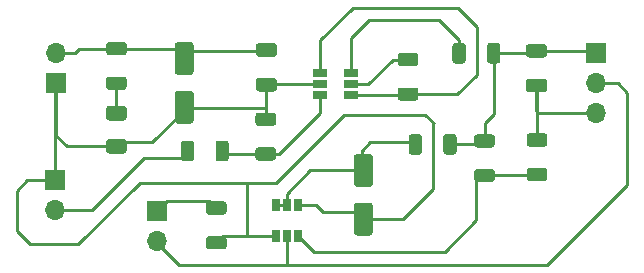
<source format=gbr>
%TF.GenerationSoftware,KiCad,Pcbnew,(5.1.9)-1*%
%TF.CreationDate,2021-06-29T18:38:44+03:00*%
%TF.ProjectId,driver,64726976-6572-42e6-9b69-6361645f7063,rev?*%
%TF.SameCoordinates,Original*%
%TF.FileFunction,Copper,L1,Top*%
%TF.FilePolarity,Positive*%
%FSLAX46Y46*%
G04 Gerber Fmt 4.6, Leading zero omitted, Abs format (unit mm)*
G04 Created by KiCad (PCBNEW (5.1.9)-1) date 2021-06-29 18:38:44*
%MOMM*%
%LPD*%
G01*
G04 APERTURE LIST*
%TA.AperFunction,ComponentPad*%
%ADD10R,1.700000X1.700000*%
%TD*%
%TA.AperFunction,ComponentPad*%
%ADD11O,1.700000X1.700000*%
%TD*%
%TA.AperFunction,SMDPad,CuDef*%
%ADD12R,1.220000X0.650000*%
%TD*%
%TA.AperFunction,SMDPad,CuDef*%
%ADD13R,0.700000X1.000000*%
%TD*%
%TA.AperFunction,Conductor*%
%ADD14C,0.250000*%
%TD*%
G04 APERTURE END LIST*
%TO.P,C1,1*%
%TO.N,Net-(C1-Pad1)*%
%TA.AperFunction,SMDPad,CuDef*%
G36*
G01*
X165796199Y-89313800D02*
X167096201Y-89313800D01*
G75*
G02*
X167346200Y-89563799I0J-249999D01*
G01*
X167346200Y-90213801D01*
G75*
G02*
X167096201Y-90463800I-249999J0D01*
G01*
X165796199Y-90463800D01*
G75*
G02*
X165546200Y-90213801I0J249999D01*
G01*
X165546200Y-89563799D01*
G75*
G02*
X165796199Y-89313800I249999J0D01*
G01*
G37*
%TD.AperFunction*%
%TO.P,C1,2*%
%TO.N,Net-(C1-Pad2)*%
%TA.AperFunction,SMDPad,CuDef*%
G36*
G01*
X165796199Y-92263800D02*
X167096201Y-92263800D01*
G75*
G02*
X167346200Y-92513799I0J-249999D01*
G01*
X167346200Y-93163801D01*
G75*
G02*
X167096201Y-93413800I-249999J0D01*
G01*
X165796199Y-93413800D01*
G75*
G02*
X165546200Y-93163801I0J249999D01*
G01*
X165546200Y-92513799D01*
G75*
G02*
X165796199Y-92263800I249999J0D01*
G01*
G37*
%TD.AperFunction*%
%TD*%
%TO.P,C2,1*%
%TO.N,Net-(C2-Pad1)*%
%TA.AperFunction,SMDPad,CuDef*%
G36*
G01*
X151240400Y-98632600D02*
X152340400Y-98632600D01*
G75*
G02*
X152590400Y-98882600I0J-250000D01*
G01*
X152590400Y-101157600D01*
G75*
G02*
X152340400Y-101407600I-250000J0D01*
G01*
X151240400Y-101407600D01*
G75*
G02*
X150990400Y-101157600I0J250000D01*
G01*
X150990400Y-98882600D01*
G75*
G02*
X151240400Y-98632600I250000J0D01*
G01*
G37*
%TD.AperFunction*%
%TO.P,C2,2*%
%TO.N,GND*%
%TA.AperFunction,SMDPad,CuDef*%
G36*
G01*
X151240400Y-102757600D02*
X152340400Y-102757600D01*
G75*
G02*
X152590400Y-103007600I0J-250000D01*
G01*
X152590400Y-105282600D01*
G75*
G02*
X152340400Y-105532600I-250000J0D01*
G01*
X151240400Y-105532600D01*
G75*
G02*
X150990400Y-105282600I0J250000D01*
G01*
X150990400Y-103007600D01*
G75*
G02*
X151240400Y-102757600I250000J0D01*
G01*
G37*
%TD.AperFunction*%
%TD*%
%TO.P,C3,2*%
%TO.N,GND*%
%TA.AperFunction,SMDPad,CuDef*%
G36*
G01*
X136076600Y-93283400D02*
X137176600Y-93283400D01*
G75*
G02*
X137426600Y-93533400I0J-250000D01*
G01*
X137426600Y-95808400D01*
G75*
G02*
X137176600Y-96058400I-250000J0D01*
G01*
X136076600Y-96058400D01*
G75*
G02*
X135826600Y-95808400I0J250000D01*
G01*
X135826600Y-93533400D01*
G75*
G02*
X136076600Y-93283400I250000J0D01*
G01*
G37*
%TD.AperFunction*%
%TO.P,C3,1*%
%TO.N,Net-(C3-Pad1)*%
%TA.AperFunction,SMDPad,CuDef*%
G36*
G01*
X136076600Y-89158400D02*
X137176600Y-89158400D01*
G75*
G02*
X137426600Y-89408400I0J-250000D01*
G01*
X137426600Y-91683400D01*
G75*
G02*
X137176600Y-91933400I-250000J0D01*
G01*
X136076600Y-91933400D01*
G75*
G02*
X135826600Y-91683400I0J250000D01*
G01*
X135826600Y-89408400D01*
G75*
G02*
X136076600Y-89158400I250000J0D01*
G01*
G37*
%TD.AperFunction*%
%TD*%
%TO.P,C4,2*%
%TO.N,GND*%
%TA.AperFunction,SMDPad,CuDef*%
G36*
G01*
X142936199Y-92187600D02*
X144236201Y-92187600D01*
G75*
G02*
X144486200Y-92437599I0J-249999D01*
G01*
X144486200Y-93087601D01*
G75*
G02*
X144236201Y-93337600I-249999J0D01*
G01*
X142936199Y-93337600D01*
G75*
G02*
X142686200Y-93087601I0J249999D01*
G01*
X142686200Y-92437599D01*
G75*
G02*
X142936199Y-92187600I249999J0D01*
G01*
G37*
%TD.AperFunction*%
%TO.P,C4,1*%
%TO.N,Net-(C3-Pad1)*%
%TA.AperFunction,SMDPad,CuDef*%
G36*
G01*
X142936199Y-89237600D02*
X144236201Y-89237600D01*
G75*
G02*
X144486200Y-89487599I0J-249999D01*
G01*
X144486200Y-90137601D01*
G75*
G02*
X144236201Y-90387600I-249999J0D01*
G01*
X142936199Y-90387600D01*
G75*
G02*
X142686200Y-90137601I0J249999D01*
G01*
X142686200Y-89487599D01*
G75*
G02*
X142936199Y-89237600I249999J0D01*
G01*
G37*
%TD.AperFunction*%
%TD*%
D10*
%TO.P,JLazer1,1*%
%TO.N,Net-(C1-Pad1)*%
X171526200Y-90093800D03*
D11*
%TO.P,JLazer1,2*%
%TO.N,PD*%
X171526200Y-92633800D03*
%TO.P,JLazer1,3*%
%TO.N,Net-(C1-Pad2)*%
X171526200Y-95173800D03*
%TD*%
D10*
%TO.P,JPower1,1*%
%TO.N,GND*%
X125806200Y-92633800D03*
D11*
%TO.P,JPower1,2*%
%TO.N,Net-(C3-Pad1)*%
X125806200Y-90093800D03*
%TD*%
D10*
%TO.P,JReg1,1*%
%TO.N,Net-(JReg1-Pad1)*%
X134340600Y-103454200D03*
D11*
%TO.P,JReg1,2*%
%TO.N,PD*%
X134340600Y-105994200D03*
%TD*%
%TO.P,JSynchro1,2*%
%TO.N,Net-(JSynchro1-Pad2)*%
X125679200Y-103403400D03*
D10*
%TO.P,JSynchro1,1*%
%TO.N,GND*%
X125679200Y-100863400D03*
%TD*%
D12*
%TO.P,Q1,1*%
%TO.N,Net-(Q1-Pad1)*%
X148092800Y-91760000D03*
%TO.P,Q1,2*%
%TO.N,GND*%
X148092800Y-92710000D03*
%TO.P,Q1,3*%
%TO.N,Net-(Q1-Pad3)*%
X148092800Y-93660000D03*
%TO.P,Q1,4*%
%TO.N,Net-(Q1-Pad1)*%
X150712800Y-93660000D03*
%TO.P,Q1,5*%
%TO.N,Net-(C3-Pad1)*%
X150712800Y-92710000D03*
%TO.P,Q1,6*%
%TO.N,Net-(C1-Pad1)*%
X150712800Y-91760000D03*
%TD*%
D13*
%TO.P,Q2,1*%
%TO.N,GND*%
X144388800Y-105567000D03*
%TO.P,Q2,2*%
%TO.N,PD*%
X145338800Y-105567000D03*
%TO.P,Q2,3*%
%TO.N,Net-(Q2-Pad3)*%
X146288800Y-105567000D03*
%TO.P,Q2,4*%
%TO.N,GND*%
X146288800Y-102967000D03*
%TO.P,Q2,6*%
%TO.N,Net-(C2-Pad1)*%
X144388800Y-102967000D03*
%TO.P,Q2,5*%
X145338800Y-102967000D03*
%TD*%
%TO.P,R1,1*%
%TO.N,Net-(C3-Pad1)*%
%TA.AperFunction,SMDPad,CuDef*%
G36*
G01*
X130261199Y-89146300D02*
X131511201Y-89146300D01*
G75*
G02*
X131761200Y-89396299I0J-249999D01*
G01*
X131761200Y-90021301D01*
G75*
G02*
X131511201Y-90271300I-249999J0D01*
G01*
X130261199Y-90271300D01*
G75*
G02*
X130011200Y-90021301I0J249999D01*
G01*
X130011200Y-89396299D01*
G75*
G02*
X130261199Y-89146300I249999J0D01*
G01*
G37*
%TD.AperFunction*%
%TO.P,R1,2*%
%TO.N,Net-(LD1-Pad2)*%
%TA.AperFunction,SMDPad,CuDef*%
G36*
G01*
X130261199Y-92071300D02*
X131511201Y-92071300D01*
G75*
G02*
X131761200Y-92321299I0J-249999D01*
G01*
X131761200Y-92946301D01*
G75*
G02*
X131511201Y-93196300I-249999J0D01*
G01*
X130261199Y-93196300D01*
G75*
G02*
X130011200Y-92946301I0J249999D01*
G01*
X130011200Y-92321299D01*
G75*
G02*
X130261199Y-92071300I249999J0D01*
G01*
G37*
%TD.AperFunction*%
%TD*%
%TO.P,R2,1*%
%TO.N,Net-(Q1-Pad3)*%
%TA.AperFunction,SMDPad,CuDef*%
G36*
G01*
X140404200Y-97749199D02*
X140404200Y-98999201D01*
G75*
G02*
X140154201Y-99249200I-249999J0D01*
G01*
X139529199Y-99249200D01*
G75*
G02*
X139279200Y-98999201I0J249999D01*
G01*
X139279200Y-97749199D01*
G75*
G02*
X139529199Y-97499200I249999J0D01*
G01*
X140154201Y-97499200D01*
G75*
G02*
X140404200Y-97749199I0J-249999D01*
G01*
G37*
%TD.AperFunction*%
%TO.P,R2,2*%
%TO.N,Net-(JSynchro1-Pad2)*%
%TA.AperFunction,SMDPad,CuDef*%
G36*
G01*
X137479200Y-97749199D02*
X137479200Y-98999201D01*
G75*
G02*
X137229201Y-99249200I-249999J0D01*
G01*
X136604199Y-99249200D01*
G75*
G02*
X136354200Y-98999201I0J249999D01*
G01*
X136354200Y-97749199D01*
G75*
G02*
X136604199Y-97499200I249999J0D01*
G01*
X137229201Y-97499200D01*
G75*
G02*
X137479200Y-97749199I0J-249999D01*
G01*
G37*
%TD.AperFunction*%
%TD*%
%TO.P,R3,1*%
%TO.N,Net-(Q1-Pad3)*%
%TA.AperFunction,SMDPad,CuDef*%
G36*
G01*
X144160401Y-99180000D02*
X142910399Y-99180000D01*
G75*
G02*
X142660400Y-98930001I0J249999D01*
G01*
X142660400Y-98304999D01*
G75*
G02*
X142910399Y-98055000I249999J0D01*
G01*
X144160401Y-98055000D01*
G75*
G02*
X144410400Y-98304999I0J-249999D01*
G01*
X144410400Y-98930001D01*
G75*
G02*
X144160401Y-99180000I-249999J0D01*
G01*
G37*
%TD.AperFunction*%
%TO.P,R3,2*%
%TO.N,GND*%
%TA.AperFunction,SMDPad,CuDef*%
G36*
G01*
X144160401Y-96255000D02*
X142910399Y-96255000D01*
G75*
G02*
X142660400Y-96005001I0J249999D01*
G01*
X142660400Y-95379999D01*
G75*
G02*
X142910399Y-95130000I249999J0D01*
G01*
X144160401Y-95130000D01*
G75*
G02*
X144410400Y-95379999I0J-249999D01*
G01*
X144410400Y-96005001D01*
G75*
G02*
X144160401Y-96255000I-249999J0D01*
G01*
G37*
%TD.AperFunction*%
%TD*%
%TO.P,R4,2*%
%TO.N,Net-(Q1-Pad1)*%
%TA.AperFunction,SMDPad,CuDef*%
G36*
G01*
X154949999Y-93000400D02*
X156200001Y-93000400D01*
G75*
G02*
X156450000Y-93250399I0J-249999D01*
G01*
X156450000Y-93875401D01*
G75*
G02*
X156200001Y-94125400I-249999J0D01*
G01*
X154949999Y-94125400D01*
G75*
G02*
X154700000Y-93875401I0J249999D01*
G01*
X154700000Y-93250399D01*
G75*
G02*
X154949999Y-93000400I249999J0D01*
G01*
G37*
%TD.AperFunction*%
%TO.P,R4,1*%
%TO.N,Net-(C3-Pad1)*%
%TA.AperFunction,SMDPad,CuDef*%
G36*
G01*
X154949999Y-90075400D02*
X156200001Y-90075400D01*
G75*
G02*
X156450000Y-90325399I0J-249999D01*
G01*
X156450000Y-90950401D01*
G75*
G02*
X156200001Y-91200400I-249999J0D01*
G01*
X154949999Y-91200400D01*
G75*
G02*
X154700000Y-90950401I0J249999D01*
G01*
X154700000Y-90325399D01*
G75*
G02*
X154949999Y-90075400I249999J0D01*
G01*
G37*
%TD.AperFunction*%
%TD*%
%TO.P,R5,2*%
%TO.N,Net-(C2-Pad1)*%
%TA.AperFunction,SMDPad,CuDef*%
G36*
G01*
X156757800Y-97190399D02*
X156757800Y-98440401D01*
G75*
G02*
X156507801Y-98690400I-249999J0D01*
G01*
X155882799Y-98690400D01*
G75*
G02*
X155632800Y-98440401I0J249999D01*
G01*
X155632800Y-97190399D01*
G75*
G02*
X155882799Y-96940400I249999J0D01*
G01*
X156507801Y-96940400D01*
G75*
G02*
X156757800Y-97190399I0J-249999D01*
G01*
G37*
%TD.AperFunction*%
%TO.P,R5,1*%
%TO.N,Net-(C1-Pad1)*%
%TA.AperFunction,SMDPad,CuDef*%
G36*
G01*
X159682800Y-97190399D02*
X159682800Y-98440401D01*
G75*
G02*
X159432801Y-98690400I-249999J0D01*
G01*
X158807799Y-98690400D01*
G75*
G02*
X158557800Y-98440401I0J249999D01*
G01*
X158557800Y-97190399D01*
G75*
G02*
X158807799Y-96940400I249999J0D01*
G01*
X159432801Y-96940400D01*
G75*
G02*
X159682800Y-97190399I0J-249999D01*
G01*
G37*
%TD.AperFunction*%
%TD*%
%TO.P,R6,1*%
%TO.N,Net-(C1-Pad1)*%
%TA.AperFunction,SMDPad,CuDef*%
G36*
G01*
X161426999Y-96958800D02*
X162677001Y-96958800D01*
G75*
G02*
X162927000Y-97208799I0J-249999D01*
G01*
X162927000Y-97833801D01*
G75*
G02*
X162677001Y-98083800I-249999J0D01*
G01*
X161426999Y-98083800D01*
G75*
G02*
X161177000Y-97833801I0J249999D01*
G01*
X161177000Y-97208799D01*
G75*
G02*
X161426999Y-96958800I249999J0D01*
G01*
G37*
%TD.AperFunction*%
%TO.P,R6,2*%
%TO.N,Net-(Q2-Pad3)*%
%TA.AperFunction,SMDPad,CuDef*%
G36*
G01*
X161426999Y-99883800D02*
X162677001Y-99883800D01*
G75*
G02*
X162927000Y-100133799I0J-249999D01*
G01*
X162927000Y-100758801D01*
G75*
G02*
X162677001Y-101008800I-249999J0D01*
G01*
X161426999Y-101008800D01*
G75*
G02*
X161177000Y-100758801I0J249999D01*
G01*
X161177000Y-100133799D01*
G75*
G02*
X161426999Y-99883800I249999J0D01*
G01*
G37*
%TD.AperFunction*%
%TD*%
%TO.P,R7,2*%
%TO.N,Net-(Q2-Pad3)*%
%TA.AperFunction,SMDPad,CuDef*%
G36*
G01*
X165871999Y-99807600D02*
X167122001Y-99807600D01*
G75*
G02*
X167372000Y-100057599I0J-249999D01*
G01*
X167372000Y-100682601D01*
G75*
G02*
X167122001Y-100932600I-249999J0D01*
G01*
X165871999Y-100932600D01*
G75*
G02*
X165622000Y-100682601I0J249999D01*
G01*
X165622000Y-100057599D01*
G75*
G02*
X165871999Y-99807600I249999J0D01*
G01*
G37*
%TD.AperFunction*%
%TO.P,R7,1*%
%TO.N,Net-(C1-Pad2)*%
%TA.AperFunction,SMDPad,CuDef*%
G36*
G01*
X165871999Y-96882600D02*
X167122001Y-96882600D01*
G75*
G02*
X167372000Y-97132599I0J-249999D01*
G01*
X167372000Y-97757601D01*
G75*
G02*
X167122001Y-98007600I-249999J0D01*
G01*
X165871999Y-98007600D01*
G75*
G02*
X165622000Y-97757601I0J249999D01*
G01*
X165622000Y-97132599D01*
G75*
G02*
X165871999Y-96882600I249999J0D01*
G01*
G37*
%TD.AperFunction*%
%TD*%
%TO.P,R9,2*%
%TO.N,Net-(C1-Pad1)*%
%TA.AperFunction,SMDPad,CuDef*%
G36*
G01*
X160466200Y-89468799D02*
X160466200Y-90718801D01*
G75*
G02*
X160216201Y-90968800I-249999J0D01*
G01*
X159591199Y-90968800D01*
G75*
G02*
X159341200Y-90718801I0J249999D01*
G01*
X159341200Y-89468799D01*
G75*
G02*
X159591199Y-89218800I249999J0D01*
G01*
X160216201Y-89218800D01*
G75*
G02*
X160466200Y-89468799I0J-249999D01*
G01*
G37*
%TD.AperFunction*%
%TO.P,R9,1*%
%TA.AperFunction,SMDPad,CuDef*%
G36*
G01*
X163391200Y-89468799D02*
X163391200Y-90718801D01*
G75*
G02*
X163141201Y-90968800I-249999J0D01*
G01*
X162516199Y-90968800D01*
G75*
G02*
X162266200Y-90718801I0J249999D01*
G01*
X162266200Y-89468799D01*
G75*
G02*
X162516199Y-89218800I249999J0D01*
G01*
X163141201Y-89218800D01*
G75*
G02*
X163391200Y-89468799I0J-249999D01*
G01*
G37*
%TD.AperFunction*%
%TD*%
%TO.P,LD1,1*%
%TO.N,GND*%
%TA.AperFunction,SMDPad,CuDef*%
G36*
G01*
X131511200Y-98598800D02*
X130261200Y-98598800D01*
G75*
G02*
X130011200Y-98348800I0J250000D01*
G01*
X130011200Y-97598800D01*
G75*
G02*
X130261200Y-97348800I250000J0D01*
G01*
X131511200Y-97348800D01*
G75*
G02*
X131761200Y-97598800I0J-250000D01*
G01*
X131761200Y-98348800D01*
G75*
G02*
X131511200Y-98598800I-250000J0D01*
G01*
G37*
%TD.AperFunction*%
%TO.P,LD1,2*%
%TO.N,Net-(LD1-Pad2)*%
%TA.AperFunction,SMDPad,CuDef*%
G36*
G01*
X131511200Y-95798800D02*
X130261200Y-95798800D01*
G75*
G02*
X130011200Y-95548800I0J250000D01*
G01*
X130011200Y-94798800D01*
G75*
G02*
X130261200Y-94548800I250000J0D01*
G01*
X131511200Y-94548800D01*
G75*
G02*
X131761200Y-94798800I0J-250000D01*
G01*
X131761200Y-95548800D01*
G75*
G02*
X131511200Y-95798800I-250000J0D01*
G01*
G37*
%TD.AperFunction*%
%TD*%
%TO.P,R8,1*%
%TO.N,Net-(JReg1-Pad1)*%
%TA.AperFunction,SMDPad,CuDef*%
G36*
G01*
X138719399Y-102648400D02*
X139969401Y-102648400D01*
G75*
G02*
X140219400Y-102898399I0J-249999D01*
G01*
X140219400Y-103523401D01*
G75*
G02*
X139969401Y-103773400I-249999J0D01*
G01*
X138719399Y-103773400D01*
G75*
G02*
X138469400Y-103523401I0J249999D01*
G01*
X138469400Y-102898399D01*
G75*
G02*
X138719399Y-102648400I249999J0D01*
G01*
G37*
%TD.AperFunction*%
%TO.P,R8,2*%
%TO.N,GND*%
%TA.AperFunction,SMDPad,CuDef*%
G36*
G01*
X138719399Y-105573400D02*
X139969401Y-105573400D01*
G75*
G02*
X140219400Y-105823399I0J-249999D01*
G01*
X140219400Y-106448401D01*
G75*
G02*
X139969401Y-106698400I-249999J0D01*
G01*
X138719399Y-106698400D01*
G75*
G02*
X138469400Y-106448401I0J249999D01*
G01*
X138469400Y-105823399D01*
G75*
G02*
X138719399Y-105573400I249999J0D01*
G01*
G37*
%TD.AperFunction*%
%TD*%
D14*
%TO.N,Net-(C1-Pad1)*%
X166241200Y-90093800D02*
X166446200Y-89888800D01*
X162828700Y-90093800D02*
X166241200Y-90093800D01*
X171321200Y-89888800D02*
X171526200Y-90093800D01*
X166446200Y-89888800D02*
X171321200Y-89888800D01*
X161757900Y-97815400D02*
X162052000Y-97521300D01*
X159120300Y-97815400D02*
X161757900Y-97815400D01*
X162052000Y-97521300D02*
X162052000Y-96037400D01*
X162828700Y-95260700D02*
X162828700Y-90093800D01*
X162052000Y-96037400D02*
X162828700Y-95260700D01*
X159903700Y-88986900D02*
X159903700Y-90093800D01*
X158165800Y-87249000D02*
X159903700Y-88986900D01*
X152273000Y-87249000D02*
X158165800Y-87249000D01*
X150712800Y-88809200D02*
X152273000Y-87249000D01*
X150712800Y-91760000D02*
X150712800Y-88809200D01*
%TO.N,Net-(C1-Pad2)*%
X166497000Y-92889600D02*
X166446200Y-92838800D01*
X166497000Y-97445100D02*
X166497000Y-92889600D01*
X166598600Y-95173800D02*
X171526200Y-95173800D01*
X166446200Y-95021400D02*
X166598600Y-95173800D01*
X166446200Y-92838800D02*
X166446200Y-95021400D01*
%TO.N,Net-(C2-Pad1)*%
X144388800Y-102967000D02*
X145338800Y-102967000D01*
X144388800Y-102967000D02*
X144911600Y-102967000D01*
X147299700Y-100020100D02*
X151790400Y-100020100D01*
X145338800Y-101981000D02*
X147299700Y-100020100D01*
X145338800Y-102967000D02*
X145338800Y-101981000D01*
X156017500Y-97637600D02*
X156195300Y-97815400D01*
X152374600Y-97637600D02*
X156017500Y-97637600D01*
X151638000Y-98374200D02*
X152374600Y-97637600D01*
X151638000Y-98927900D02*
X151638000Y-98374200D01*
X151155400Y-99410500D02*
X151638000Y-98927900D01*
%TO.N,Net-(C3-Pad1)*%
X125806200Y-90093800D02*
X127355600Y-90093800D01*
X127740600Y-89708800D02*
X130886200Y-89708800D01*
X127355600Y-90093800D02*
X127740600Y-89708800D01*
X150712800Y-92710000D02*
X152196800Y-92710000D01*
X154268900Y-90637900D02*
X154990800Y-90637900D01*
X152196800Y-92710000D02*
X154268900Y-90637900D01*
X137283700Y-89888800D02*
X143586200Y-89888800D01*
X137236200Y-89936300D02*
X137283700Y-89888800D01*
X137236200Y-90571300D02*
X137236200Y-89936300D01*
X136373700Y-89708800D02*
X137236200Y-90571300D01*
X130886200Y-89708800D02*
X136373700Y-89708800D01*
%TO.N,Net-(JReg1-Pad1)*%
X135168100Y-102626700D02*
X134340600Y-103454200D01*
X138760200Y-102626700D02*
X135168100Y-102626700D01*
X139344400Y-103210900D02*
X138760200Y-102626700D01*
%TO.N,Net-(JSynchro1-Pad2)*%
X136851200Y-98983800D02*
X133426200Y-98983800D01*
X128828800Y-103403400D02*
X133248400Y-98983800D01*
X133248400Y-98983800D02*
X136851200Y-98983800D01*
X125679200Y-103403400D02*
X128828800Y-103403400D01*
%TO.N,Net-(LD1-Pad2)*%
X130886200Y-92633800D02*
X130886200Y-95173800D01*
%TO.N,Net-(Q1-Pad1)*%
X154893700Y-93660000D02*
X154990800Y-93562900D01*
X150712800Y-93660000D02*
X154893700Y-93660000D01*
X148092800Y-89016200D02*
X148092800Y-91760000D01*
X150876000Y-86233000D02*
X148092800Y-89016200D01*
X161391600Y-87858600D02*
X159766000Y-86233000D01*
X161391600Y-91897200D02*
X161391600Y-87858600D01*
X159766000Y-86233000D02*
X150876000Y-86233000D01*
X159725900Y-93562900D02*
X161391600Y-91897200D01*
X154990800Y-93562900D02*
X159725900Y-93562900D01*
%TO.N,Net-(Q1-Pad3)*%
X143499300Y-98653600D02*
X143535400Y-98617500D01*
X140106400Y-98653600D02*
X143499300Y-98653600D01*
X139776200Y-98983800D02*
X140106400Y-98653600D01*
X143535400Y-98617500D02*
X144612900Y-98617500D01*
X148092800Y-95137600D02*
X148092800Y-93660000D01*
X144612900Y-98617500D02*
X148092800Y-95137600D01*
%TO.N,Net-(Q2-Pad3)*%
X161558700Y-100253800D02*
X161366200Y-100446300D01*
X158673800Y-106908600D02*
X147630400Y-106908600D01*
X147630400Y-106908600D02*
X146288800Y-105567000D01*
X161366200Y-104216200D02*
X158673800Y-106908600D01*
X161366200Y-100446300D02*
X161366200Y-104216200D01*
X162128200Y-100370100D02*
X162052000Y-100446300D01*
X166497000Y-100370100D02*
X162128200Y-100370100D01*
%TO.N,GND*%
X125806200Y-92633800D02*
X125806200Y-97104200D01*
X126675800Y-97973800D02*
X130886200Y-97973800D01*
X125806200Y-97104200D02*
X126675800Y-97973800D01*
X137236200Y-94696300D02*
X142006300Y-94696300D01*
X125679200Y-92760800D02*
X125806200Y-92633800D01*
X125679200Y-100863400D02*
X125679200Y-92760800D01*
X142006300Y-94696300D02*
X143586200Y-94696300D01*
X143586200Y-92838800D02*
X143586200Y-94696300D01*
X125679200Y-100863400D02*
X123317000Y-100863400D01*
X123317000Y-100863400D02*
X122453400Y-101727000D01*
X122453400Y-101727000D02*
X122453400Y-105181400D01*
X122453400Y-105181400D02*
X123545600Y-106273600D01*
X123545600Y-106273600D02*
X127660400Y-106273600D01*
X127660400Y-106273600D02*
X132880100Y-101053900D01*
X144373500Y-105551700D02*
X144388800Y-105567000D01*
X139344400Y-106135900D02*
X139928600Y-105551700D01*
X141945900Y-101204300D02*
X141795500Y-101053900D01*
X132880100Y-101053900D02*
X141795500Y-101053900D01*
X139928600Y-105551700D02*
X141945900Y-105551700D01*
X141945900Y-105551700D02*
X141945900Y-101204300D01*
X141945900Y-105551700D02*
X144373500Y-105551700D01*
X136850100Y-94696300D02*
X137236200Y-94696300D01*
X133934200Y-97612200D02*
X136850100Y-94696300D01*
X131247800Y-97612200D02*
X133934200Y-97612200D01*
X130886200Y-97973800D02*
X131247800Y-97612200D01*
X151155400Y-103535500D02*
X148391900Y-103535500D01*
X147823400Y-102967000D02*
X146288800Y-102967000D01*
X148391900Y-103535500D02*
X147823400Y-102967000D01*
X157708600Y-96012000D02*
X157708600Y-101625400D01*
X157048200Y-95300800D02*
X157734000Y-95986600D01*
X155188900Y-104145100D02*
X151790400Y-104145100D01*
X150164800Y-95300800D02*
X157048200Y-95300800D01*
X144411700Y-101053900D02*
X150139400Y-95326200D01*
X157708600Y-101625400D02*
X155188900Y-104145100D01*
X141795500Y-101053900D02*
X144411700Y-101053900D01*
X143715000Y-92710000D02*
X143586200Y-92838800D01*
X148092800Y-92710000D02*
X143715000Y-92710000D01*
X143586200Y-95641700D02*
X143535400Y-95692500D01*
X143586200Y-94696300D02*
X143586200Y-95641700D01*
%TO.N,PD*%
X145338800Y-107924600D02*
X145237200Y-108026200D01*
X145338800Y-105567000D02*
X145338800Y-107924600D01*
X173329600Y-92633800D02*
X171526200Y-92633800D01*
X174117000Y-93421200D02*
X173329600Y-92633800D01*
X174117000Y-101269800D02*
X174117000Y-93421200D01*
X167360600Y-108026200D02*
X174117000Y-101269800D01*
X145237200Y-108026200D02*
X167360600Y-108026200D01*
X136220200Y-108026200D02*
X140766800Y-108026200D01*
X134340600Y-106146600D02*
X136220200Y-108026200D01*
X140766800Y-108026200D02*
X145237200Y-108026200D01*
X134340600Y-105994200D02*
X134340600Y-106146600D01*
%TD*%
M02*

</source>
